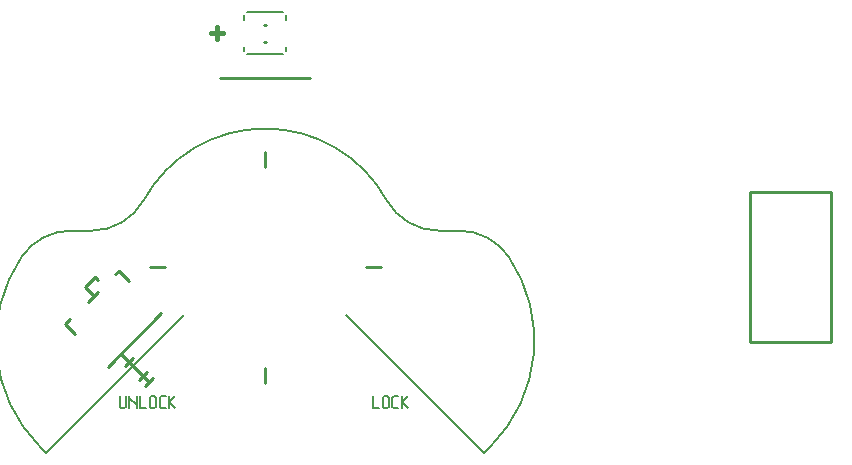
<source format=gbr>
G04 start of page 9 for group -4079 idx -4079 *
G04 Title: (unknown), topsilk *
G04 Creator: pcb 4.0.2 *
G04 CreationDate: Thu Apr 29 14:29:52 2021 UTC *
G04 For: petersen *
G04 Format: Gerber/RS-274X *
G04 PCB-Dimensions (mil): 4500.00 2500.00 *
G04 PCB-Coordinate-Origin: lower left *
%MOIN*%
%FSLAX25Y25*%
%LNTOPSILK*%
%ADD58C,0.0150*%
%ADD57C,0.0070*%
%ADD56C,0.0100*%
G54D56*X125000Y163500D02*Y158500D01*
G54D57*X119000Y196000D02*X131000D01*
X119000Y210000D02*X131000D01*
X132000Y209000D02*Y207500D01*
Y198500D02*Y197000D01*
G54D56*X110000Y188000D02*X140000D01*
G54D57*X118000Y198500D02*Y197000D01*
Y209000D02*Y207500D01*
G54D58*X109000Y205000D02*Y201000D01*
X107000Y203000D02*X111000D01*
G54D57*X67104Y137205D02*X60307D01*
X49921Y65220D02*X52003Y63138D01*
X98048Y109184D01*
G54D56*X91500Y125000D02*X86500D01*
G54D57*X189693Y137205D02*X182896D01*
X151952Y109184D02*X197997Y63138D01*
X200079Y65220D01*
G54D56*X158500Y125000D02*X163500D01*
X125000Y91500D02*Y86500D01*
G54D57*X67104Y137205D02*G75*G03X84596Y147509I0J20000D01*G01*
X60307Y137205D02*G75*G03X43726Y128389I0J-20000D01*G01*
X43824Y128535D02*G75*G03X49921Y65220I41452J-27960D01*G01*
X200079Y65220D02*G75*G03X206176Y128535I-35355J35355D01*G01*
X206274Y128389D02*G75*G03X189693Y137205I-16581J-11184D01*G01*
X165404Y147509D02*G75*G03X182896Y137205I17492J9696D01*G01*
X165451Y147422D02*G75*G03X84549Y147422I-40451J-22422D01*G01*
X161000Y82000D02*Y78000D01*
X163000D01*
X164200Y81500D02*Y78500D01*
Y81500D02*X164700Y82000D01*
X165700D01*
X166200Y81500D01*
Y78500D01*
X165700Y78000D02*X166200Y78500D01*
X164700Y78000D02*X165700D01*
X164200Y78500D02*X164700Y78000D01*
X167900D02*X169400D01*
X167400Y78500D02*X167900Y78000D01*
X167400Y81500D02*Y78500D01*
Y81500D02*X167900Y82000D01*
X169400D01*
X170600D02*Y78000D01*
Y80000D02*X172600Y82000D01*
X170600Y80000D02*X172600Y78000D01*
X76500Y82000D02*Y78500D01*
X77000Y78000D01*
X78000D01*
X78500Y78500D01*
Y82000D02*Y78500D01*
X79700Y82000D02*Y78000D01*
Y82000D02*Y81500D01*
X82200Y79000D01*
Y82000D02*Y78000D01*
X83400Y82000D02*Y78000D01*
X85400D01*
X86600Y81500D02*Y78500D01*
Y81500D02*X87100Y82000D01*
X88100D01*
X88600Y81500D01*
Y78500D01*
X88100Y78000D02*X88600Y78500D01*
X87100Y78000D02*X88100D01*
X86600Y78500D02*X87100Y78000D01*
X90300D02*X91800D01*
X89800Y78500D02*X90300Y78000D01*
X89800Y81500D02*Y78500D01*
Y81500D02*X90300Y82000D01*
X91800D01*
X93000D02*Y78000D01*
Y80000D02*X95000Y82000D01*
X93000Y80000D02*X95000Y78000D01*
G54D56*X58385Y106055D02*X60055Y107725D01*
X65901Y113571D02*X69242Y116912D01*
X75088Y122758D02*X76202Y123872D01*
X58385Y106055D02*X61725Y102714D01*
X76202Y123872D02*X79542Y120531D01*
X72582Y91857D02*X90399Y109674D01*
X65066Y118304D02*X68407Y121644D01*
X65066Y118304D02*X67850Y115520D01*
X68407Y121644D02*X69242Y120809D01*
X76897Y96172D02*X86363Y86707D01*
X84971Y85315D02*X87755Y88099D01*
X82883Y87403D02*X85667Y90187D01*
X78289Y91996D02*X81073Y94780D01*
X124607Y200245D02*X125393D01*
X124607Y205755D02*X125393D01*
X286500Y150000D02*X313500D01*
Y100000D01*
X286500D01*
Y150000D01*
M02*

</source>
